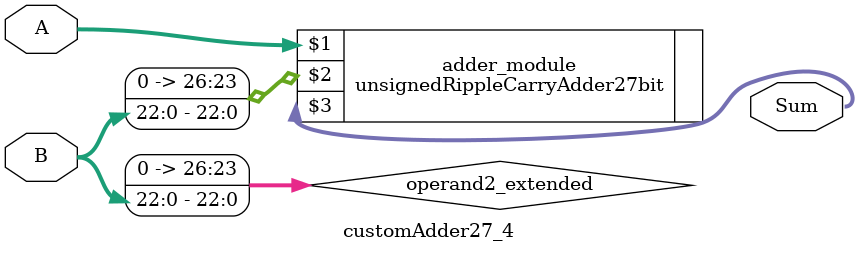
<source format=v>

module customAdder27_4(
                    input [26 : 0] A,
                    input [22 : 0] B,
                    
                    output [27 : 0] Sum
            );

    wire [26 : 0] operand2_extended;
    
    assign operand2_extended =  {4'b0, B};
    
    unsignedRippleCarryAdder27bit adder_module(
        A,
        operand2_extended,
        Sum
    );
    
endmodule
        
</source>
